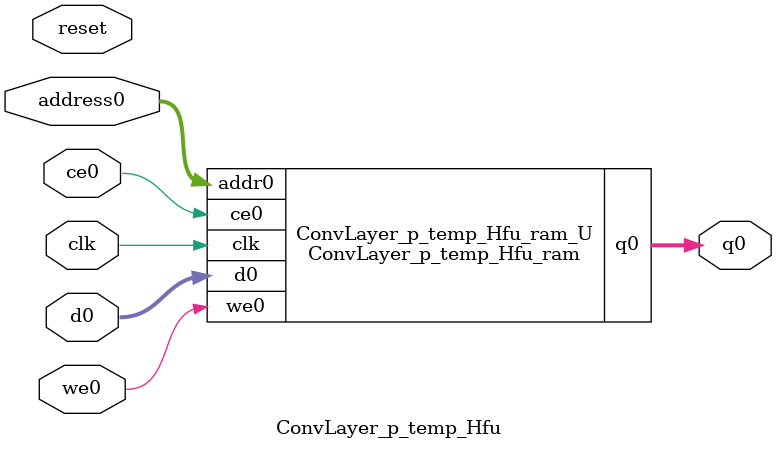
<source format=v>

`timescale 1 ns / 1 ps
module ConvLayer_p_temp_Hfu_ram (addr0, ce0, d0, we0, q0,  clk);

parameter DWIDTH = 32;
parameter AWIDTH = 6;
parameter MEM_SIZE = 64;

input[AWIDTH-1:0] addr0;
input ce0;
input[DWIDTH-1:0] d0;
input we0;
output reg[DWIDTH-1:0] q0;
input clk;

(* ram_style = "block" *)reg [DWIDTH-1:0] ram[0:MEM_SIZE-1];




always @(posedge clk)  
begin 
    if (ce0) 
    begin
        if (we0) 
        begin 
            ram[addr0] <= d0; 
            q0 <= d0;
        end 
        else 
            q0 <= ram[addr0];
    end
end


endmodule


`timescale 1 ns / 1 ps
module ConvLayer_p_temp_Hfu(
    reset,
    clk,
    address0,
    ce0,
    we0,
    d0,
    q0);

parameter DataWidth = 32'd32;
parameter AddressRange = 32'd64;
parameter AddressWidth = 32'd6;
input reset;
input clk;
input[AddressWidth - 1:0] address0;
input ce0;
input we0;
input[DataWidth - 1:0] d0;
output[DataWidth - 1:0] q0;



ConvLayer_p_temp_Hfu_ram ConvLayer_p_temp_Hfu_ram_U(
    .clk( clk ),
    .addr0( address0 ),
    .ce0( ce0 ),
    .we0( we0 ),
    .d0( d0 ),
    .q0( q0 ));

endmodule


</source>
